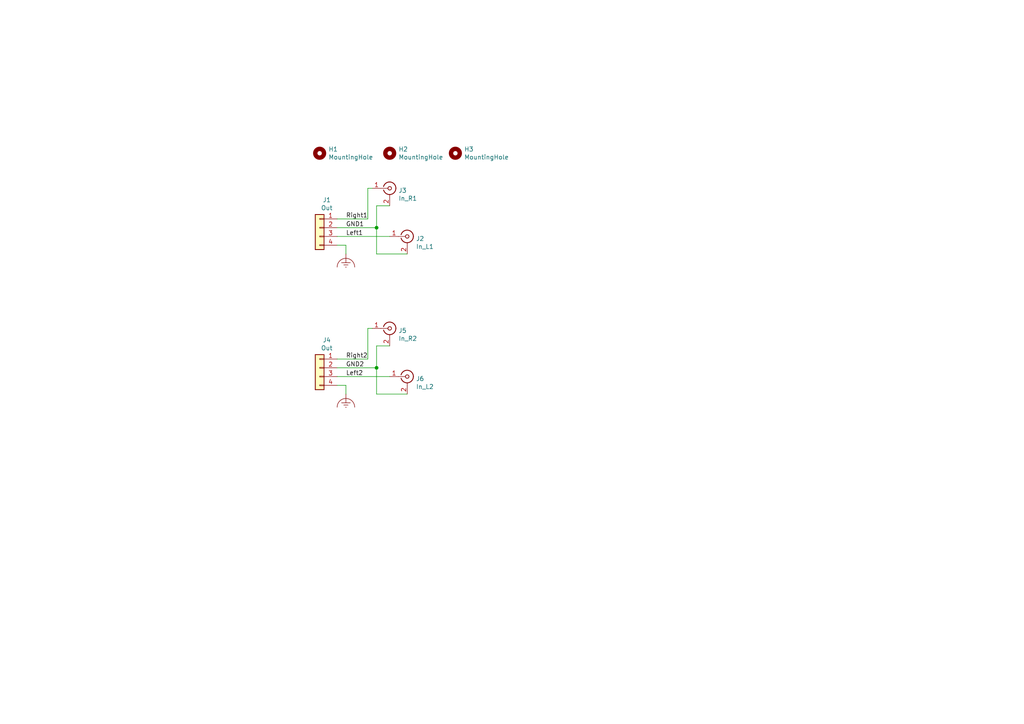
<source format=kicad_sch>
(kicad_sch (version 20230121) (generator eeschema)
  (paper "A4")
  (lib_symbols
    (symbol "Connector:Conn_Coaxial" (pin_names (offset 1.016) hide)
      (property "Reference" "J" (at 0.254 3.048 0))
      (property "Value" "Conn_Coaxial" (at 2.921 0 90))
      (symbol "Conn_Coaxial_0_1"
        (arc (start -1.778 -0.508) (mid 0.2311 -1.8066) (end 1.778 0) (stroke (width 0.254)))
        (polyline (pts (xy -2.54 0) (xy -0.508 0)))
        (polyline (pts (xy 0 -2.54) (xy 0 -1.778)))
        (circle (center 0 0) (radius 0.508) (stroke (width 0.2032)))
        (arc (start 1.778 0) (mid 0.2099 1.8101) (end -1.778 0.508) (stroke (width 0.254)))
      )
      (symbol "Conn_Coaxial_1_1"
        (pin passive line (at -5.08 0 0) (length 2.54) (name "In") (number "1"))
        (pin passive line (at 0 -5.08 90) (length 2.54) (name "Ext") (number "2"))
      )
    )
    (symbol "Connector_Generic:Conn_01x04" (pin_names (offset 1.016) hide)
      (property "Reference" "J" (at 0 5.08 0))
      (property "Value" "Conn_01x04" (at 0 -7.62 0))
      (symbol "Conn_01x04_1_1"
        (rectangle (start -1.27 -4.953) (end 0 -5.207) (stroke (width 0.1524)))
        (rectangle (start -1.27 -2.413) (end 0 -2.667) (stroke (width 0.1524)))
        (rectangle (start -1.27 0.127) (end 0 -0.127) (stroke (width 0.1524)))
        (rectangle (start -1.27 2.667) (end 0 2.413) (stroke (width 0.1524)))
        (rectangle (start -1.27 3.81) (end 1.27 -6.35) (stroke (width 0.254)) (fill (type background)))
        (pin passive line (at -5.08 2.54 0) (length 3.81) (name "Pin_1") (number "1"))
        (pin passive line (at -5.08 0 0) (length 3.81) (name "Pin_2") (number "2"))
        (pin passive line (at -5.08 -2.54 0) (length 3.81) (name "Pin_3") (number "3"))
        (pin passive line (at -5.08 -5.08 0) (length 3.81) (name "Pin_4") (number "4"))
      )
    )
    (symbol "Mechanical:MountingHole" (pin_names (offset 1.016))
      (property "Reference" "H" (at 0 5.08 0))
      (property "Value" "MountingHole" (at 0 3.175 0))
      (symbol "MountingHole_0_1"
        (circle (center 0 0) (radius 1.27) (stroke (width 1.27)))
      )
    )
    (symbol "power:Earth_Clean" (power) (pin_names (offset 0))
      (symbol "Earth_Clean_0_1"
        (polyline (pts (xy -0.635 -3.175) (xy 0.635 -3.175)))
        (polyline (pts (xy -0.127 -3.81) (xy 0.127 -3.81)))
        (polyline (pts (xy 0 -2.54) (xy 0 0)))
        (polyline (pts (xy 1.27 -2.54) (xy -1.27 -2.54)))
        (arc (start 2.54 -3.81) (mid 0 -1.281) (end -2.54 -3.81))
      )
      (symbol "Earth_Clean_1_1"
        (pin power_in line (at 0 0 270) (length 0) hide (name "Earth_Clean") (number "1"))
      )
    )
  )
  (junction (at 109.22 66.04))
  (junction (at 109.22 106.68))
  (wire (pts (xy 97.79 109.22) (xy 113.03 109.22)))
  (wire (pts (xy 109.22 59.69) (xy 109.22 66.04)))
  (wire (pts (xy 100.33 114.3) (xy 100.33 111.76)))
  (wire (pts (xy 109.22 73.66) (xy 109.22 66.04)))
  (wire (pts (xy 97.79 66.04) (xy 109.22 66.04)))
  (wire (pts (xy 118.11 114.3) (xy 109.22 114.3)))
  (wire (pts (xy 97.79 68.58) (xy 113.03 68.58)))
  (wire (pts (xy 100.33 111.76) (xy 97.79 111.76)))
  (wire (pts (xy 109.22 114.3) (xy 109.22 106.68)))
  (wire (pts (xy 118.11 73.66) (xy 109.22 73.66)))
  (wire (pts (xy 97.79 106.68) (xy 109.22 106.68)))
  (wire (pts (xy 106.68 63.5) (xy 106.68 54.61)))
  (wire (pts (xy 113.03 100.33) (xy 109.22 100.33)))
  (wire (pts (xy 106.68 54.61) (xy 107.95 54.61)))
  (wire (pts (xy 97.79 63.5) (xy 106.68 63.5)))
  (wire (pts (xy 109.22 100.33) (xy 109.22 106.68)))
  (wire (pts (xy 97.79 104.14) (xy 106.68 104.14)))
  (wire (pts (xy 100.33 73.66) (xy 100.33 71.12)))
  (wire (pts (xy 100.33 71.12) (xy 97.79 71.12)))
  (wire (pts (xy 113.03 59.69) (xy 109.22 59.69)))
  (wire (pts (xy 106.68 95.25) (xy 107.95 95.25)))
  (wire (pts (xy 106.68 104.14) (xy 106.68 95.25)))
  (label "Right2" (at 100.33 104.14 0))
  (label "Left1" (at 100.33 68.58 0))
  (label "GND2" (at 100.33 106.68 0))
  (label "Left2" (at 100.33 109.22 0))
  (label "GND1" (at 100.33 66.04 0))
  (label "Right1" (at 100.33 63.5 0))
  (symbol (lib_id "Connector_Generic:Conn_01x04") (at 92.71 66.04 0) (mirror y) (unit 1)
    (property "Reference" "J1" (at 94.7928 57.9882 0))
    (property "Value" "Out" (at 94.7928 60.2996 0))
    (property "Footprint" "Connector_JST:JST_EH_B4B-EH-A_1x04_P2.50mm_Vertical" (effects hide))
  )
  (symbol (lib_id "Connector:Conn_Coaxial") (at 113.03 54.61 0) (unit 1)
    (property "Reference" "J3" (at 115.57 55.245 0) (effects (justify left)))
    (property "Value" "In_R1" (at 115.57 57.5564 0) (effects (justify left)))
    (property "Footprint" "Connector_Lumberg:BTOR1" (effects hide))
    (property "Datasheet" " ~" (effects hide))
  )
  (symbol (lib_id "Connector:Conn_Coaxial") (at 118.11 68.58 0) (unit 1)
    (property "Reference" "J2" (at 120.65 69.215 0) (effects (justify left)))
    (property "Value" "In_L1" (at 120.65 71.5264 0) (effects (justify left)))
    (property "Footprint" "Connector_Lumberg:BTOR1" (effects hide))
    (property "Datasheet" " ~" (effects hide))
  )
  (symbol (lib_id "Mechanical:MountingHole") (at 92.71 44.45 0) (unit 1)
    (property "Reference" "H1" (at 95.25 43.2816 0) (effects (justify left)))
    (property "Value" "MountingHole" (at 95.25 45.593 0) (effects (justify left)))
    (property "Footprint" "MountingHole:MountingHole_3.2mm_M3" (effects hide))
  )
  (symbol (lib_id "power:Earth_Clean") (at 100.33 73.66 0) (unit 1)
    (property "Reference" "#PWR0101" (effects hide))
    (property "Value" "Earth_Clean" (effects hide))
  )
  (symbol (lib_id "Connector_Generic:Conn_01x04") (at 92.71 106.68 0) (mirror y) (unit 1)
    (property "Reference" "J4" (at 94.7928 98.6282 0))
    (property "Value" "Out" (at 94.7928 100.9396 0))
    (property "Footprint" "Connector_JST:JST_EH_B4B-EH-A_1x04_P2.50mm_Vertical" (effects hide))
  )
  (symbol (lib_id "Connector:Conn_Coaxial") (at 113.03 95.25 0) (unit 1)
    (property "Reference" "J5" (at 115.57 95.885 0) (effects (justify left)))
    (property "Value" "In_R2" (at 115.57 98.1964 0) (effects (justify left)))
    (property "Footprint" "Connector_Lumberg:BTOR1" (effects hide))
    (property "Datasheet" " ~" (effects hide))
  )
  (symbol (lib_id "Connector:Conn_Coaxial") (at 118.11 109.22 0) (unit 1)
    (property "Reference" "J6" (at 120.65 109.855 0) (effects (justify left)))
    (property "Value" "In_L2" (at 120.65 112.1664 0) (effects (justify left)))
    (property "Footprint" "Connector_Lumberg:BTOR1" (effects hide))
    (property "Datasheet" " ~" (effects hide))
  )
  (symbol (lib_id "Mechanical:MountingHole") (at 113.03 44.45 0) (unit 1)
    (property "Reference" "H2" (at 115.57 43.2816 0) (effects (justify left)))
    (property "Value" "MountingHole" (at 115.57 45.593 0) (effects (justify left)))
    (property "Footprint" "MountingHole:MountingHole_3.2mm_M3" (effects hide))
  )
  (symbol (lib_id "power:Earth_Clean") (at 100.33 114.3 0) (unit 1)
    (property "Reference" "#PWR0102" (effects hide))
    (property "Value" "Earth_Clean" (effects hide))
  )
  (symbol (lib_id "Mechanical:MountingHole") (at 132.08 44.45 0) (unit 1)
    (property "Reference" "H3" (at 134.62 43.2816 0) (effects (justify left)))
    (property "Value" "MountingHole" (at 134.62 45.593 0) (effects (justify left)))
    (property "Footprint" "MountingHole:MountingHole_3.2mm_M3" (effects hide))
  )
)
</source>
